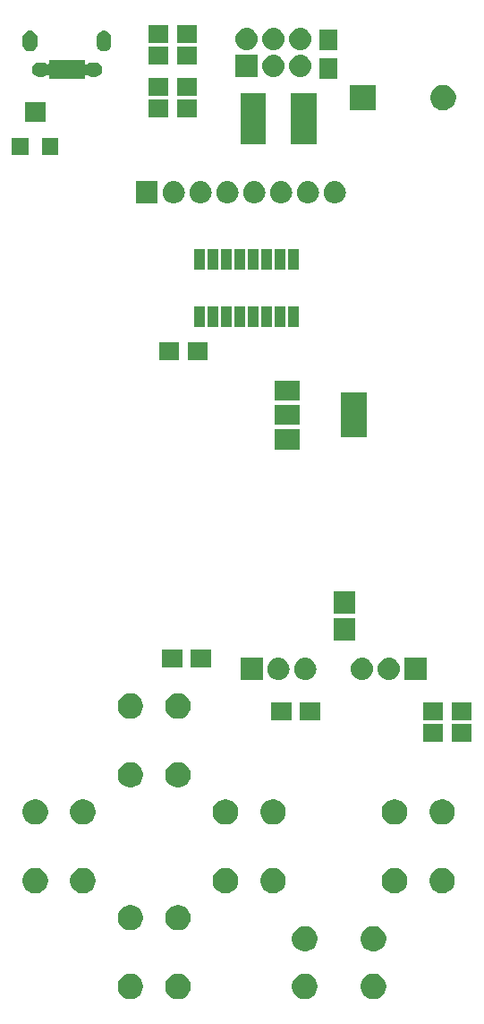
<source format=gbr>
G04 #@! TF.GenerationSoftware,KiCad,Pcbnew,5.0.1*
G04 #@! TF.CreationDate,2018-10-22T16:16:30+01:00*
G04 #@! TF.ProjectId,quiz-sch,7175697A2D7363682E6B696361645F70,rev?*
G04 #@! TF.SameCoordinates,Original*
G04 #@! TF.FileFunction,Soldermask,Top*
G04 #@! TF.FilePolarity,Negative*
%FSLAX46Y46*%
G04 Gerber Fmt 4.6, Leading zero omitted, Abs format (unit mm)*
G04 Created by KiCad (PCBNEW 5.0.1) date Mon 22 Oct 2018 16:16:30 BST*
%MOMM*%
%LPD*%
G01*
G04 APERTURE LIST*
%ADD10C,0.100000*%
G04 APERTURE END LIST*
D10*
G36*
X66850026Y-140846115D02*
X67068412Y-140936573D01*
X67264958Y-141067901D01*
X67432099Y-141235042D01*
X67563427Y-141431588D01*
X67653885Y-141649974D01*
X67700000Y-141881809D01*
X67700000Y-142118191D01*
X67653885Y-142350026D01*
X67563427Y-142568412D01*
X67432099Y-142764958D01*
X67264958Y-142932099D01*
X67068412Y-143063427D01*
X66850026Y-143153885D01*
X66618191Y-143200000D01*
X66381809Y-143200000D01*
X66149974Y-143153885D01*
X65931588Y-143063427D01*
X65735042Y-142932099D01*
X65567901Y-142764958D01*
X65436573Y-142568412D01*
X65346115Y-142350026D01*
X65300000Y-142118191D01*
X65300000Y-141881809D01*
X65346115Y-141649974D01*
X65436573Y-141431588D01*
X65567901Y-141235042D01*
X65735042Y-141067901D01*
X65931588Y-140936573D01*
X66149974Y-140846115D01*
X66381809Y-140800000D01*
X66618191Y-140800000D01*
X66850026Y-140846115D01*
X66850026Y-140846115D01*
G37*
G36*
X78850026Y-140846115D02*
X79068412Y-140936573D01*
X79264958Y-141067901D01*
X79432099Y-141235042D01*
X79563427Y-141431588D01*
X79653885Y-141649974D01*
X79700000Y-141881809D01*
X79700000Y-142118191D01*
X79653885Y-142350026D01*
X79563427Y-142568412D01*
X79432099Y-142764958D01*
X79264958Y-142932099D01*
X79068412Y-143063427D01*
X78850026Y-143153885D01*
X78618191Y-143200000D01*
X78381809Y-143200000D01*
X78149974Y-143153885D01*
X77931588Y-143063427D01*
X77735042Y-142932099D01*
X77567901Y-142764958D01*
X77436573Y-142568412D01*
X77346115Y-142350026D01*
X77300000Y-142118191D01*
X77300000Y-141881809D01*
X77346115Y-141649974D01*
X77436573Y-141431588D01*
X77567901Y-141235042D01*
X77735042Y-141067901D01*
X77931588Y-140936573D01*
X78149974Y-140846115D01*
X78381809Y-140800000D01*
X78618191Y-140800000D01*
X78850026Y-140846115D01*
X78850026Y-140846115D01*
G37*
G36*
X85350026Y-140846115D02*
X85568412Y-140936573D01*
X85764958Y-141067901D01*
X85932099Y-141235042D01*
X86063427Y-141431588D01*
X86153885Y-141649974D01*
X86200000Y-141881809D01*
X86200000Y-142118191D01*
X86153885Y-142350026D01*
X86063427Y-142568412D01*
X85932099Y-142764958D01*
X85764958Y-142932099D01*
X85568412Y-143063427D01*
X85350026Y-143153885D01*
X85118191Y-143200000D01*
X84881809Y-143200000D01*
X84649974Y-143153885D01*
X84431588Y-143063427D01*
X84235042Y-142932099D01*
X84067901Y-142764958D01*
X83936573Y-142568412D01*
X83846115Y-142350026D01*
X83800000Y-142118191D01*
X83800000Y-141881809D01*
X83846115Y-141649974D01*
X83936573Y-141431588D01*
X84067901Y-141235042D01*
X84235042Y-141067901D01*
X84431588Y-140936573D01*
X84649974Y-140846115D01*
X84881809Y-140800000D01*
X85118191Y-140800000D01*
X85350026Y-140846115D01*
X85350026Y-140846115D01*
G37*
G36*
X62350026Y-140846115D02*
X62568412Y-140936573D01*
X62764958Y-141067901D01*
X62932099Y-141235042D01*
X63063427Y-141431588D01*
X63153885Y-141649974D01*
X63200000Y-141881809D01*
X63200000Y-142118191D01*
X63153885Y-142350026D01*
X63063427Y-142568412D01*
X62932099Y-142764958D01*
X62764958Y-142932099D01*
X62568412Y-143063427D01*
X62350026Y-143153885D01*
X62118191Y-143200000D01*
X61881809Y-143200000D01*
X61649974Y-143153885D01*
X61431588Y-143063427D01*
X61235042Y-142932099D01*
X61067901Y-142764958D01*
X60936573Y-142568412D01*
X60846115Y-142350026D01*
X60800000Y-142118191D01*
X60800000Y-141881809D01*
X60846115Y-141649974D01*
X60936573Y-141431588D01*
X61067901Y-141235042D01*
X61235042Y-141067901D01*
X61431588Y-140936573D01*
X61649974Y-140846115D01*
X61881809Y-140800000D01*
X62118191Y-140800000D01*
X62350026Y-140846115D01*
X62350026Y-140846115D01*
G37*
G36*
X78850026Y-136346115D02*
X79068412Y-136436573D01*
X79264958Y-136567901D01*
X79432099Y-136735042D01*
X79563427Y-136931588D01*
X79653885Y-137149974D01*
X79700000Y-137381809D01*
X79700000Y-137618191D01*
X79653885Y-137850026D01*
X79563427Y-138068412D01*
X79432099Y-138264958D01*
X79264958Y-138432099D01*
X79068412Y-138563427D01*
X78850026Y-138653885D01*
X78618191Y-138700000D01*
X78381809Y-138700000D01*
X78149974Y-138653885D01*
X77931588Y-138563427D01*
X77735042Y-138432099D01*
X77567901Y-138264958D01*
X77436573Y-138068412D01*
X77346115Y-137850026D01*
X77300000Y-137618191D01*
X77300000Y-137381809D01*
X77346115Y-137149974D01*
X77436573Y-136931588D01*
X77567901Y-136735042D01*
X77735042Y-136567901D01*
X77931588Y-136436573D01*
X78149974Y-136346115D01*
X78381809Y-136300000D01*
X78618191Y-136300000D01*
X78850026Y-136346115D01*
X78850026Y-136346115D01*
G37*
G36*
X85350026Y-136346115D02*
X85568412Y-136436573D01*
X85764958Y-136567901D01*
X85932099Y-136735042D01*
X86063427Y-136931588D01*
X86153885Y-137149974D01*
X86200000Y-137381809D01*
X86200000Y-137618191D01*
X86153885Y-137850026D01*
X86063427Y-138068412D01*
X85932099Y-138264958D01*
X85764958Y-138432099D01*
X85568412Y-138563427D01*
X85350026Y-138653885D01*
X85118191Y-138700000D01*
X84881809Y-138700000D01*
X84649974Y-138653885D01*
X84431588Y-138563427D01*
X84235042Y-138432099D01*
X84067901Y-138264958D01*
X83936573Y-138068412D01*
X83846115Y-137850026D01*
X83800000Y-137618191D01*
X83800000Y-137381809D01*
X83846115Y-137149974D01*
X83936573Y-136931588D01*
X84067901Y-136735042D01*
X84235042Y-136567901D01*
X84431588Y-136436573D01*
X84649974Y-136346115D01*
X84881809Y-136300000D01*
X85118191Y-136300000D01*
X85350026Y-136346115D01*
X85350026Y-136346115D01*
G37*
G36*
X62350026Y-134346115D02*
X62568412Y-134436573D01*
X62764958Y-134567901D01*
X62932099Y-134735042D01*
X63063427Y-134931588D01*
X63153885Y-135149974D01*
X63200000Y-135381809D01*
X63200000Y-135618191D01*
X63153885Y-135850026D01*
X63063427Y-136068412D01*
X62932099Y-136264958D01*
X62764958Y-136432099D01*
X62568412Y-136563427D01*
X62350026Y-136653885D01*
X62118191Y-136700000D01*
X61881809Y-136700000D01*
X61649974Y-136653885D01*
X61431588Y-136563427D01*
X61235042Y-136432099D01*
X61067901Y-136264958D01*
X60936573Y-136068412D01*
X60846115Y-135850026D01*
X60800000Y-135618191D01*
X60800000Y-135381809D01*
X60846115Y-135149974D01*
X60936573Y-134931588D01*
X61067901Y-134735042D01*
X61235042Y-134567901D01*
X61431588Y-134436573D01*
X61649974Y-134346115D01*
X61881809Y-134300000D01*
X62118191Y-134300000D01*
X62350026Y-134346115D01*
X62350026Y-134346115D01*
G37*
G36*
X66850026Y-134346115D02*
X67068412Y-134436573D01*
X67264958Y-134567901D01*
X67432099Y-134735042D01*
X67563427Y-134931588D01*
X67653885Y-135149974D01*
X67700000Y-135381809D01*
X67700000Y-135618191D01*
X67653885Y-135850026D01*
X67563427Y-136068412D01*
X67432099Y-136264958D01*
X67264958Y-136432099D01*
X67068412Y-136563427D01*
X66850026Y-136653885D01*
X66618191Y-136700000D01*
X66381809Y-136700000D01*
X66149974Y-136653885D01*
X65931588Y-136563427D01*
X65735042Y-136432099D01*
X65567901Y-136264958D01*
X65436573Y-136068412D01*
X65346115Y-135850026D01*
X65300000Y-135618191D01*
X65300000Y-135381809D01*
X65346115Y-135149974D01*
X65436573Y-134931588D01*
X65567901Y-134735042D01*
X65735042Y-134567901D01*
X65931588Y-134436573D01*
X66149974Y-134346115D01*
X66381809Y-134300000D01*
X66618191Y-134300000D01*
X66850026Y-134346115D01*
X66850026Y-134346115D01*
G37*
G36*
X71350026Y-130846115D02*
X71568412Y-130936573D01*
X71764958Y-131067901D01*
X71932099Y-131235042D01*
X72063427Y-131431588D01*
X72153885Y-131649974D01*
X72200000Y-131881809D01*
X72200000Y-132118191D01*
X72153885Y-132350026D01*
X72063427Y-132568412D01*
X71932099Y-132764958D01*
X71764958Y-132932099D01*
X71568412Y-133063427D01*
X71350026Y-133153885D01*
X71118191Y-133200000D01*
X70881809Y-133200000D01*
X70649974Y-133153885D01*
X70431588Y-133063427D01*
X70235042Y-132932099D01*
X70067901Y-132764958D01*
X69936573Y-132568412D01*
X69846115Y-132350026D01*
X69800000Y-132118191D01*
X69800000Y-131881809D01*
X69846115Y-131649974D01*
X69936573Y-131431588D01*
X70067901Y-131235042D01*
X70235042Y-131067901D01*
X70431588Y-130936573D01*
X70649974Y-130846115D01*
X70881809Y-130800000D01*
X71118191Y-130800000D01*
X71350026Y-130846115D01*
X71350026Y-130846115D01*
G37*
G36*
X53350026Y-130846115D02*
X53568412Y-130936573D01*
X53764958Y-131067901D01*
X53932099Y-131235042D01*
X54063427Y-131431588D01*
X54153885Y-131649974D01*
X54200000Y-131881809D01*
X54200000Y-132118191D01*
X54153885Y-132350026D01*
X54063427Y-132568412D01*
X53932099Y-132764958D01*
X53764958Y-132932099D01*
X53568412Y-133063427D01*
X53350026Y-133153885D01*
X53118191Y-133200000D01*
X52881809Y-133200000D01*
X52649974Y-133153885D01*
X52431588Y-133063427D01*
X52235042Y-132932099D01*
X52067901Y-132764958D01*
X51936573Y-132568412D01*
X51846115Y-132350026D01*
X51800000Y-132118191D01*
X51800000Y-131881809D01*
X51846115Y-131649974D01*
X51936573Y-131431588D01*
X52067901Y-131235042D01*
X52235042Y-131067901D01*
X52431588Y-130936573D01*
X52649974Y-130846115D01*
X52881809Y-130800000D01*
X53118191Y-130800000D01*
X53350026Y-130846115D01*
X53350026Y-130846115D01*
G37*
G36*
X57850026Y-130846115D02*
X58068412Y-130936573D01*
X58264958Y-131067901D01*
X58432099Y-131235042D01*
X58563427Y-131431588D01*
X58653885Y-131649974D01*
X58700000Y-131881809D01*
X58700000Y-132118191D01*
X58653885Y-132350026D01*
X58563427Y-132568412D01*
X58432099Y-132764958D01*
X58264958Y-132932099D01*
X58068412Y-133063427D01*
X57850026Y-133153885D01*
X57618191Y-133200000D01*
X57381809Y-133200000D01*
X57149974Y-133153885D01*
X56931588Y-133063427D01*
X56735042Y-132932099D01*
X56567901Y-132764958D01*
X56436573Y-132568412D01*
X56346115Y-132350026D01*
X56300000Y-132118191D01*
X56300000Y-131881809D01*
X56346115Y-131649974D01*
X56436573Y-131431588D01*
X56567901Y-131235042D01*
X56735042Y-131067901D01*
X56931588Y-130936573D01*
X57149974Y-130846115D01*
X57381809Y-130800000D01*
X57618191Y-130800000D01*
X57850026Y-130846115D01*
X57850026Y-130846115D01*
G37*
G36*
X75850026Y-130846115D02*
X76068412Y-130936573D01*
X76264958Y-131067901D01*
X76432099Y-131235042D01*
X76563427Y-131431588D01*
X76653885Y-131649974D01*
X76700000Y-131881809D01*
X76700000Y-132118191D01*
X76653885Y-132350026D01*
X76563427Y-132568412D01*
X76432099Y-132764958D01*
X76264958Y-132932099D01*
X76068412Y-133063427D01*
X75850026Y-133153885D01*
X75618191Y-133200000D01*
X75381809Y-133200000D01*
X75149974Y-133153885D01*
X74931588Y-133063427D01*
X74735042Y-132932099D01*
X74567901Y-132764958D01*
X74436573Y-132568412D01*
X74346115Y-132350026D01*
X74300000Y-132118191D01*
X74300000Y-131881809D01*
X74346115Y-131649974D01*
X74436573Y-131431588D01*
X74567901Y-131235042D01*
X74735042Y-131067901D01*
X74931588Y-130936573D01*
X75149974Y-130846115D01*
X75381809Y-130800000D01*
X75618191Y-130800000D01*
X75850026Y-130846115D01*
X75850026Y-130846115D01*
G37*
G36*
X91850026Y-130846115D02*
X92068412Y-130936573D01*
X92264958Y-131067901D01*
X92432099Y-131235042D01*
X92563427Y-131431588D01*
X92653885Y-131649974D01*
X92700000Y-131881809D01*
X92700000Y-132118191D01*
X92653885Y-132350026D01*
X92563427Y-132568412D01*
X92432099Y-132764958D01*
X92264958Y-132932099D01*
X92068412Y-133063427D01*
X91850026Y-133153885D01*
X91618191Y-133200000D01*
X91381809Y-133200000D01*
X91149974Y-133153885D01*
X90931588Y-133063427D01*
X90735042Y-132932099D01*
X90567901Y-132764958D01*
X90436573Y-132568412D01*
X90346115Y-132350026D01*
X90300000Y-132118191D01*
X90300000Y-131881809D01*
X90346115Y-131649974D01*
X90436573Y-131431588D01*
X90567901Y-131235042D01*
X90735042Y-131067901D01*
X90931588Y-130936573D01*
X91149974Y-130846115D01*
X91381809Y-130800000D01*
X91618191Y-130800000D01*
X91850026Y-130846115D01*
X91850026Y-130846115D01*
G37*
G36*
X87350026Y-130846115D02*
X87568412Y-130936573D01*
X87764958Y-131067901D01*
X87932099Y-131235042D01*
X88063427Y-131431588D01*
X88153885Y-131649974D01*
X88200000Y-131881809D01*
X88200000Y-132118191D01*
X88153885Y-132350026D01*
X88063427Y-132568412D01*
X87932099Y-132764958D01*
X87764958Y-132932099D01*
X87568412Y-133063427D01*
X87350026Y-133153885D01*
X87118191Y-133200000D01*
X86881809Y-133200000D01*
X86649974Y-133153885D01*
X86431588Y-133063427D01*
X86235042Y-132932099D01*
X86067901Y-132764958D01*
X85936573Y-132568412D01*
X85846115Y-132350026D01*
X85800000Y-132118191D01*
X85800000Y-131881809D01*
X85846115Y-131649974D01*
X85936573Y-131431588D01*
X86067901Y-131235042D01*
X86235042Y-131067901D01*
X86431588Y-130936573D01*
X86649974Y-130846115D01*
X86881809Y-130800000D01*
X87118191Y-130800000D01*
X87350026Y-130846115D01*
X87350026Y-130846115D01*
G37*
G36*
X91850026Y-124346115D02*
X92068412Y-124436573D01*
X92264958Y-124567901D01*
X92432099Y-124735042D01*
X92563427Y-124931588D01*
X92653885Y-125149974D01*
X92700000Y-125381809D01*
X92700000Y-125618191D01*
X92653885Y-125850026D01*
X92563427Y-126068412D01*
X92432099Y-126264958D01*
X92264958Y-126432099D01*
X92068412Y-126563427D01*
X91850026Y-126653885D01*
X91618191Y-126700000D01*
X91381809Y-126700000D01*
X91149974Y-126653885D01*
X90931588Y-126563427D01*
X90735042Y-126432099D01*
X90567901Y-126264958D01*
X90436573Y-126068412D01*
X90346115Y-125850026D01*
X90300000Y-125618191D01*
X90300000Y-125381809D01*
X90346115Y-125149974D01*
X90436573Y-124931588D01*
X90567901Y-124735042D01*
X90735042Y-124567901D01*
X90931588Y-124436573D01*
X91149974Y-124346115D01*
X91381809Y-124300000D01*
X91618191Y-124300000D01*
X91850026Y-124346115D01*
X91850026Y-124346115D01*
G37*
G36*
X71350026Y-124346115D02*
X71568412Y-124436573D01*
X71764958Y-124567901D01*
X71932099Y-124735042D01*
X72063427Y-124931588D01*
X72153885Y-125149974D01*
X72200000Y-125381809D01*
X72200000Y-125618191D01*
X72153885Y-125850026D01*
X72063427Y-126068412D01*
X71932099Y-126264958D01*
X71764958Y-126432099D01*
X71568412Y-126563427D01*
X71350026Y-126653885D01*
X71118191Y-126700000D01*
X70881809Y-126700000D01*
X70649974Y-126653885D01*
X70431588Y-126563427D01*
X70235042Y-126432099D01*
X70067901Y-126264958D01*
X69936573Y-126068412D01*
X69846115Y-125850026D01*
X69800000Y-125618191D01*
X69800000Y-125381809D01*
X69846115Y-125149974D01*
X69936573Y-124931588D01*
X70067901Y-124735042D01*
X70235042Y-124567901D01*
X70431588Y-124436573D01*
X70649974Y-124346115D01*
X70881809Y-124300000D01*
X71118191Y-124300000D01*
X71350026Y-124346115D01*
X71350026Y-124346115D01*
G37*
G36*
X75850026Y-124346115D02*
X76068412Y-124436573D01*
X76264958Y-124567901D01*
X76432099Y-124735042D01*
X76563427Y-124931588D01*
X76653885Y-125149974D01*
X76700000Y-125381809D01*
X76700000Y-125618191D01*
X76653885Y-125850026D01*
X76563427Y-126068412D01*
X76432099Y-126264958D01*
X76264958Y-126432099D01*
X76068412Y-126563427D01*
X75850026Y-126653885D01*
X75618191Y-126700000D01*
X75381809Y-126700000D01*
X75149974Y-126653885D01*
X74931588Y-126563427D01*
X74735042Y-126432099D01*
X74567901Y-126264958D01*
X74436573Y-126068412D01*
X74346115Y-125850026D01*
X74300000Y-125618191D01*
X74300000Y-125381809D01*
X74346115Y-125149974D01*
X74436573Y-124931588D01*
X74567901Y-124735042D01*
X74735042Y-124567901D01*
X74931588Y-124436573D01*
X75149974Y-124346115D01*
X75381809Y-124300000D01*
X75618191Y-124300000D01*
X75850026Y-124346115D01*
X75850026Y-124346115D01*
G37*
G36*
X53350026Y-124346115D02*
X53568412Y-124436573D01*
X53764958Y-124567901D01*
X53932099Y-124735042D01*
X54063427Y-124931588D01*
X54153885Y-125149974D01*
X54200000Y-125381809D01*
X54200000Y-125618191D01*
X54153885Y-125850026D01*
X54063427Y-126068412D01*
X53932099Y-126264958D01*
X53764958Y-126432099D01*
X53568412Y-126563427D01*
X53350026Y-126653885D01*
X53118191Y-126700000D01*
X52881809Y-126700000D01*
X52649974Y-126653885D01*
X52431588Y-126563427D01*
X52235042Y-126432099D01*
X52067901Y-126264958D01*
X51936573Y-126068412D01*
X51846115Y-125850026D01*
X51800000Y-125618191D01*
X51800000Y-125381809D01*
X51846115Y-125149974D01*
X51936573Y-124931588D01*
X52067901Y-124735042D01*
X52235042Y-124567901D01*
X52431588Y-124436573D01*
X52649974Y-124346115D01*
X52881809Y-124300000D01*
X53118191Y-124300000D01*
X53350026Y-124346115D01*
X53350026Y-124346115D01*
G37*
G36*
X87350026Y-124346115D02*
X87568412Y-124436573D01*
X87764958Y-124567901D01*
X87932099Y-124735042D01*
X88063427Y-124931588D01*
X88153885Y-125149974D01*
X88200000Y-125381809D01*
X88200000Y-125618191D01*
X88153885Y-125850026D01*
X88063427Y-126068412D01*
X87932099Y-126264958D01*
X87764958Y-126432099D01*
X87568412Y-126563427D01*
X87350026Y-126653885D01*
X87118191Y-126700000D01*
X86881809Y-126700000D01*
X86649974Y-126653885D01*
X86431588Y-126563427D01*
X86235042Y-126432099D01*
X86067901Y-126264958D01*
X85936573Y-126068412D01*
X85846115Y-125850026D01*
X85800000Y-125618191D01*
X85800000Y-125381809D01*
X85846115Y-125149974D01*
X85936573Y-124931588D01*
X86067901Y-124735042D01*
X86235042Y-124567901D01*
X86431588Y-124436573D01*
X86649974Y-124346115D01*
X86881809Y-124300000D01*
X87118191Y-124300000D01*
X87350026Y-124346115D01*
X87350026Y-124346115D01*
G37*
G36*
X57850026Y-124346115D02*
X58068412Y-124436573D01*
X58264958Y-124567901D01*
X58432099Y-124735042D01*
X58563427Y-124931588D01*
X58653885Y-125149974D01*
X58700000Y-125381809D01*
X58700000Y-125618191D01*
X58653885Y-125850026D01*
X58563427Y-126068412D01*
X58432099Y-126264958D01*
X58264958Y-126432099D01*
X58068412Y-126563427D01*
X57850026Y-126653885D01*
X57618191Y-126700000D01*
X57381809Y-126700000D01*
X57149974Y-126653885D01*
X56931588Y-126563427D01*
X56735042Y-126432099D01*
X56567901Y-126264958D01*
X56436573Y-126068412D01*
X56346115Y-125850026D01*
X56300000Y-125618191D01*
X56300000Y-125381809D01*
X56346115Y-125149974D01*
X56436573Y-124931588D01*
X56567901Y-124735042D01*
X56735042Y-124567901D01*
X56931588Y-124436573D01*
X57149974Y-124346115D01*
X57381809Y-124300000D01*
X57618191Y-124300000D01*
X57850026Y-124346115D01*
X57850026Y-124346115D01*
G37*
G36*
X66850026Y-120846115D02*
X67068412Y-120936573D01*
X67264958Y-121067901D01*
X67432099Y-121235042D01*
X67563427Y-121431588D01*
X67653885Y-121649974D01*
X67700000Y-121881809D01*
X67700000Y-122118191D01*
X67653885Y-122350026D01*
X67563427Y-122568412D01*
X67432099Y-122764958D01*
X67264958Y-122932099D01*
X67068412Y-123063427D01*
X66850026Y-123153885D01*
X66618191Y-123200000D01*
X66381809Y-123200000D01*
X66149974Y-123153885D01*
X65931588Y-123063427D01*
X65735042Y-122932099D01*
X65567901Y-122764958D01*
X65436573Y-122568412D01*
X65346115Y-122350026D01*
X65300000Y-122118191D01*
X65300000Y-121881809D01*
X65346115Y-121649974D01*
X65436573Y-121431588D01*
X65567901Y-121235042D01*
X65735042Y-121067901D01*
X65931588Y-120936573D01*
X66149974Y-120846115D01*
X66381809Y-120800000D01*
X66618191Y-120800000D01*
X66850026Y-120846115D01*
X66850026Y-120846115D01*
G37*
G36*
X62350026Y-120846115D02*
X62568412Y-120936573D01*
X62764958Y-121067901D01*
X62932099Y-121235042D01*
X63063427Y-121431588D01*
X63153885Y-121649974D01*
X63200000Y-121881809D01*
X63200000Y-122118191D01*
X63153885Y-122350026D01*
X63063427Y-122568412D01*
X62932099Y-122764958D01*
X62764958Y-122932099D01*
X62568412Y-123063427D01*
X62350026Y-123153885D01*
X62118191Y-123200000D01*
X61881809Y-123200000D01*
X61649974Y-123153885D01*
X61431588Y-123063427D01*
X61235042Y-122932099D01*
X61067901Y-122764958D01*
X60936573Y-122568412D01*
X60846115Y-122350026D01*
X60800000Y-122118191D01*
X60800000Y-121881809D01*
X60846115Y-121649974D01*
X60936573Y-121431588D01*
X61067901Y-121235042D01*
X61235042Y-121067901D01*
X61431588Y-120936573D01*
X61649974Y-120846115D01*
X61881809Y-120800000D01*
X62118191Y-120800000D01*
X62350026Y-120846115D01*
X62350026Y-120846115D01*
G37*
G36*
X91600000Y-118850000D02*
X89700000Y-118850000D01*
X89700000Y-117150000D01*
X91600000Y-117150000D01*
X91600000Y-118850000D01*
X91600000Y-118850000D01*
G37*
G36*
X94300000Y-118850000D02*
X92400000Y-118850000D01*
X92400000Y-117150000D01*
X94300000Y-117150000D01*
X94300000Y-118850000D01*
X94300000Y-118850000D01*
G37*
G36*
X91600000Y-116850000D02*
X89700000Y-116850000D01*
X89700000Y-115150000D01*
X91600000Y-115150000D01*
X91600000Y-116850000D01*
X91600000Y-116850000D01*
G37*
G36*
X94300000Y-116850000D02*
X92400000Y-116850000D01*
X92400000Y-115150000D01*
X94300000Y-115150000D01*
X94300000Y-116850000D01*
X94300000Y-116850000D01*
G37*
G36*
X77250000Y-116850000D02*
X75350000Y-116850000D01*
X75350000Y-115150000D01*
X77250000Y-115150000D01*
X77250000Y-116850000D01*
X77250000Y-116850000D01*
G37*
G36*
X79950000Y-116850000D02*
X78050000Y-116850000D01*
X78050000Y-115150000D01*
X79950000Y-115150000D01*
X79950000Y-116850000D01*
X79950000Y-116850000D01*
G37*
G36*
X62350026Y-114346115D02*
X62568412Y-114436573D01*
X62764958Y-114567901D01*
X62932099Y-114735042D01*
X63063427Y-114931588D01*
X63153885Y-115149974D01*
X63200000Y-115381809D01*
X63200000Y-115618191D01*
X63153885Y-115850026D01*
X63063427Y-116068412D01*
X62932099Y-116264958D01*
X62764958Y-116432099D01*
X62568412Y-116563427D01*
X62350026Y-116653885D01*
X62118191Y-116700000D01*
X61881809Y-116700000D01*
X61649974Y-116653885D01*
X61431588Y-116563427D01*
X61235042Y-116432099D01*
X61067901Y-116264958D01*
X60936573Y-116068412D01*
X60846115Y-115850026D01*
X60800000Y-115618191D01*
X60800000Y-115381809D01*
X60846115Y-115149974D01*
X60936573Y-114931588D01*
X61067901Y-114735042D01*
X61235042Y-114567901D01*
X61431588Y-114436573D01*
X61649974Y-114346115D01*
X61881809Y-114300000D01*
X62118191Y-114300000D01*
X62350026Y-114346115D01*
X62350026Y-114346115D01*
G37*
G36*
X66850026Y-114346115D02*
X67068412Y-114436573D01*
X67264958Y-114567901D01*
X67432099Y-114735042D01*
X67563427Y-114931588D01*
X67653885Y-115149974D01*
X67700000Y-115381809D01*
X67700000Y-115618191D01*
X67653885Y-115850026D01*
X67563427Y-116068412D01*
X67432099Y-116264958D01*
X67264958Y-116432099D01*
X67068412Y-116563427D01*
X66850026Y-116653885D01*
X66618191Y-116700000D01*
X66381809Y-116700000D01*
X66149974Y-116653885D01*
X65931588Y-116563427D01*
X65735042Y-116432099D01*
X65567901Y-116264958D01*
X65436573Y-116068412D01*
X65346115Y-115850026D01*
X65300000Y-115618191D01*
X65300000Y-115381809D01*
X65346115Y-115149974D01*
X65436573Y-114931588D01*
X65567901Y-114735042D01*
X65735042Y-114567901D01*
X65931588Y-114436573D01*
X66149974Y-114346115D01*
X66381809Y-114300000D01*
X66618191Y-114300000D01*
X66850026Y-114346115D01*
X66850026Y-114346115D01*
G37*
G36*
X76128707Y-110957597D02*
X76205836Y-110965193D01*
X76337787Y-111005220D01*
X76403763Y-111025233D01*
X76586172Y-111122733D01*
X76746054Y-111253946D01*
X76877267Y-111413828D01*
X76974767Y-111596237D01*
X76974767Y-111596238D01*
X77034807Y-111794164D01*
X77055080Y-112000000D01*
X77034807Y-112205836D01*
X76994780Y-112337787D01*
X76974767Y-112403763D01*
X76877267Y-112586172D01*
X76746054Y-112746054D01*
X76586172Y-112877267D01*
X76403763Y-112974767D01*
X76337787Y-112994780D01*
X76205836Y-113034807D01*
X76128707Y-113042404D01*
X76051580Y-113050000D01*
X75948420Y-113050000D01*
X75871293Y-113042404D01*
X75794164Y-113034807D01*
X75662213Y-112994780D01*
X75596237Y-112974767D01*
X75413828Y-112877267D01*
X75253946Y-112746054D01*
X75122733Y-112586172D01*
X75025233Y-112403763D01*
X75005220Y-112337787D01*
X74965193Y-112205836D01*
X74944920Y-112000000D01*
X74965193Y-111794164D01*
X75025233Y-111596238D01*
X75025233Y-111596237D01*
X75122733Y-111413828D01*
X75253946Y-111253946D01*
X75413828Y-111122733D01*
X75596237Y-111025233D01*
X75662213Y-111005220D01*
X75794164Y-110965193D01*
X75871293Y-110957597D01*
X75948420Y-110950000D01*
X76051580Y-110950000D01*
X76128707Y-110957597D01*
X76128707Y-110957597D01*
G37*
G36*
X78668707Y-110957597D02*
X78745836Y-110965193D01*
X78877787Y-111005220D01*
X78943763Y-111025233D01*
X79126172Y-111122733D01*
X79286054Y-111253946D01*
X79417267Y-111413828D01*
X79514767Y-111596237D01*
X79514767Y-111596238D01*
X79574807Y-111794164D01*
X79595080Y-112000000D01*
X79574807Y-112205836D01*
X79534780Y-112337787D01*
X79514767Y-112403763D01*
X79417267Y-112586172D01*
X79286054Y-112746054D01*
X79126172Y-112877267D01*
X78943763Y-112974767D01*
X78877787Y-112994780D01*
X78745836Y-113034807D01*
X78668707Y-113042404D01*
X78591580Y-113050000D01*
X78488420Y-113050000D01*
X78411293Y-113042404D01*
X78334164Y-113034807D01*
X78202213Y-112994780D01*
X78136237Y-112974767D01*
X77953828Y-112877267D01*
X77793946Y-112746054D01*
X77662733Y-112586172D01*
X77565233Y-112403763D01*
X77545220Y-112337787D01*
X77505193Y-112205836D01*
X77484920Y-112000000D01*
X77505193Y-111794164D01*
X77565233Y-111596238D01*
X77565233Y-111596237D01*
X77662733Y-111413828D01*
X77793946Y-111253946D01*
X77953828Y-111122733D01*
X78136237Y-111025233D01*
X78202213Y-111005220D01*
X78334164Y-110965193D01*
X78411293Y-110957597D01*
X78488420Y-110950000D01*
X78591580Y-110950000D01*
X78668707Y-110957597D01*
X78668707Y-110957597D01*
G37*
G36*
X84048707Y-110957597D02*
X84125836Y-110965193D01*
X84257787Y-111005220D01*
X84323763Y-111025233D01*
X84506172Y-111122733D01*
X84666054Y-111253946D01*
X84797267Y-111413828D01*
X84894767Y-111596237D01*
X84894767Y-111596238D01*
X84954807Y-111794164D01*
X84975080Y-112000000D01*
X84954807Y-112205836D01*
X84914780Y-112337787D01*
X84894767Y-112403763D01*
X84797267Y-112586172D01*
X84666054Y-112746054D01*
X84506172Y-112877267D01*
X84323763Y-112974767D01*
X84257787Y-112994780D01*
X84125836Y-113034807D01*
X84048707Y-113042404D01*
X83971580Y-113050000D01*
X83868420Y-113050000D01*
X83791293Y-113042404D01*
X83714164Y-113034807D01*
X83582213Y-112994780D01*
X83516237Y-112974767D01*
X83333828Y-112877267D01*
X83173946Y-112746054D01*
X83042733Y-112586172D01*
X82945233Y-112403763D01*
X82925220Y-112337787D01*
X82885193Y-112205836D01*
X82864920Y-112000000D01*
X82885193Y-111794164D01*
X82945233Y-111596238D01*
X82945233Y-111596237D01*
X83042733Y-111413828D01*
X83173946Y-111253946D01*
X83333828Y-111122733D01*
X83516237Y-111025233D01*
X83582213Y-111005220D01*
X83714164Y-110965193D01*
X83791293Y-110957597D01*
X83868420Y-110950000D01*
X83971580Y-110950000D01*
X84048707Y-110957597D01*
X84048707Y-110957597D01*
G37*
G36*
X86588707Y-110957597D02*
X86665836Y-110965193D01*
X86797787Y-111005220D01*
X86863763Y-111025233D01*
X87046172Y-111122733D01*
X87206054Y-111253946D01*
X87337267Y-111413828D01*
X87434767Y-111596237D01*
X87434767Y-111596238D01*
X87494807Y-111794164D01*
X87515080Y-112000000D01*
X87494807Y-112205836D01*
X87454780Y-112337787D01*
X87434767Y-112403763D01*
X87337267Y-112586172D01*
X87206054Y-112746054D01*
X87046172Y-112877267D01*
X86863763Y-112974767D01*
X86797787Y-112994780D01*
X86665836Y-113034807D01*
X86588707Y-113042404D01*
X86511580Y-113050000D01*
X86408420Y-113050000D01*
X86331293Y-113042404D01*
X86254164Y-113034807D01*
X86122213Y-112994780D01*
X86056237Y-112974767D01*
X85873828Y-112877267D01*
X85713946Y-112746054D01*
X85582733Y-112586172D01*
X85485233Y-112403763D01*
X85465220Y-112337787D01*
X85425193Y-112205836D01*
X85404920Y-112000000D01*
X85425193Y-111794164D01*
X85485233Y-111596238D01*
X85485233Y-111596237D01*
X85582733Y-111413828D01*
X85713946Y-111253946D01*
X85873828Y-111122733D01*
X86056237Y-111025233D01*
X86122213Y-111005220D01*
X86254164Y-110965193D01*
X86331293Y-110957597D01*
X86408420Y-110950000D01*
X86511580Y-110950000D01*
X86588707Y-110957597D01*
X86588707Y-110957597D01*
G37*
G36*
X90050000Y-113050000D02*
X87950000Y-113050000D01*
X87950000Y-110950000D01*
X90050000Y-110950000D01*
X90050000Y-113050000D01*
X90050000Y-113050000D01*
G37*
G36*
X74510000Y-113050000D02*
X72410000Y-113050000D01*
X72410000Y-110950000D01*
X74510000Y-110950000D01*
X74510000Y-113050000D01*
X74510000Y-113050000D01*
G37*
G36*
X66900000Y-111850000D02*
X65000000Y-111850000D01*
X65000000Y-110150000D01*
X66900000Y-110150000D01*
X66900000Y-111850000D01*
X66900000Y-111850000D01*
G37*
G36*
X69600000Y-111850000D02*
X67700000Y-111850000D01*
X67700000Y-110150000D01*
X69600000Y-110150000D01*
X69600000Y-111850000D01*
X69600000Y-111850000D01*
G37*
G36*
X83300000Y-109300000D02*
X81200000Y-109300000D01*
X81200000Y-107200000D01*
X83300000Y-107200000D01*
X83300000Y-109300000D01*
X83300000Y-109300000D01*
G37*
G36*
X83300000Y-106800000D02*
X81200000Y-106800000D01*
X81200000Y-104700000D01*
X83300000Y-104700000D01*
X83300000Y-106800000D01*
X83300000Y-106800000D01*
G37*
G36*
X78050000Y-91250000D02*
X75650000Y-91250000D01*
X75650000Y-89350000D01*
X78050000Y-89350000D01*
X78050000Y-91250000D01*
X78050000Y-91250000D01*
G37*
G36*
X84350000Y-90100000D02*
X81950000Y-90100000D01*
X81950000Y-85900000D01*
X84350000Y-85900000D01*
X84350000Y-90100000D01*
X84350000Y-90100000D01*
G37*
G36*
X78050000Y-88950000D02*
X75650000Y-88950000D01*
X75650000Y-87050000D01*
X78050000Y-87050000D01*
X78050000Y-88950000D01*
X78050000Y-88950000D01*
G37*
G36*
X78050000Y-86650000D02*
X75650000Y-86650000D01*
X75650000Y-84750000D01*
X78050000Y-84750000D01*
X78050000Y-86650000D01*
X78050000Y-86650000D01*
G37*
G36*
X66600000Y-82850000D02*
X64700000Y-82850000D01*
X64700000Y-81150000D01*
X66600000Y-81150000D01*
X66600000Y-82850000D01*
X66600000Y-82850000D01*
G37*
G36*
X69300000Y-82850000D02*
X67400000Y-82850000D01*
X67400000Y-81150000D01*
X69300000Y-81150000D01*
X69300000Y-82850000D01*
X69300000Y-82850000D01*
G37*
G36*
X76675000Y-79650000D02*
X75675000Y-79650000D01*
X75675000Y-77750000D01*
X76675000Y-77750000D01*
X76675000Y-79650000D01*
X76675000Y-79650000D01*
G37*
G36*
X71595000Y-79650000D02*
X70595000Y-79650000D01*
X70595000Y-77750000D01*
X71595000Y-77750000D01*
X71595000Y-79650000D01*
X71595000Y-79650000D01*
G37*
G36*
X77945000Y-79650000D02*
X76945000Y-79650000D01*
X76945000Y-77750000D01*
X77945000Y-77750000D01*
X77945000Y-79650000D01*
X77945000Y-79650000D01*
G37*
G36*
X74135000Y-79650000D02*
X73135000Y-79650000D01*
X73135000Y-77750000D01*
X74135000Y-77750000D01*
X74135000Y-79650000D01*
X74135000Y-79650000D01*
G37*
G36*
X72865000Y-79650000D02*
X71865000Y-79650000D01*
X71865000Y-77750000D01*
X72865000Y-77750000D01*
X72865000Y-79650000D01*
X72865000Y-79650000D01*
G37*
G36*
X75405000Y-79650000D02*
X74405000Y-79650000D01*
X74405000Y-77750000D01*
X75405000Y-77750000D01*
X75405000Y-79650000D01*
X75405000Y-79650000D01*
G37*
G36*
X70325000Y-79650000D02*
X69325000Y-79650000D01*
X69325000Y-77750000D01*
X70325000Y-77750000D01*
X70325000Y-79650000D01*
X70325000Y-79650000D01*
G37*
G36*
X69055000Y-79650000D02*
X68055000Y-79650000D01*
X68055000Y-77750000D01*
X69055000Y-77750000D01*
X69055000Y-79650000D01*
X69055000Y-79650000D01*
G37*
G36*
X71595000Y-74250000D02*
X70595000Y-74250000D01*
X70595000Y-72350000D01*
X71595000Y-72350000D01*
X71595000Y-74250000D01*
X71595000Y-74250000D01*
G37*
G36*
X72865000Y-74250000D02*
X71865000Y-74250000D01*
X71865000Y-72350000D01*
X72865000Y-72350000D01*
X72865000Y-74250000D01*
X72865000Y-74250000D01*
G37*
G36*
X70325000Y-74250000D02*
X69325000Y-74250000D01*
X69325000Y-72350000D01*
X70325000Y-72350000D01*
X70325000Y-74250000D01*
X70325000Y-74250000D01*
G37*
G36*
X69055000Y-74250000D02*
X68055000Y-74250000D01*
X68055000Y-72350000D01*
X69055000Y-72350000D01*
X69055000Y-74250000D01*
X69055000Y-74250000D01*
G37*
G36*
X74135000Y-74250000D02*
X73135000Y-74250000D01*
X73135000Y-72350000D01*
X74135000Y-72350000D01*
X74135000Y-74250000D01*
X74135000Y-74250000D01*
G37*
G36*
X76675000Y-74250000D02*
X75675000Y-74250000D01*
X75675000Y-72350000D01*
X76675000Y-72350000D01*
X76675000Y-74250000D01*
X76675000Y-74250000D01*
G37*
G36*
X77945000Y-74250000D02*
X76945000Y-74250000D01*
X76945000Y-72350000D01*
X77945000Y-72350000D01*
X77945000Y-74250000D01*
X77945000Y-74250000D01*
G37*
G36*
X75405000Y-74250000D02*
X74405000Y-74250000D01*
X74405000Y-72350000D01*
X75405000Y-72350000D01*
X75405000Y-74250000D01*
X75405000Y-74250000D01*
G37*
G36*
X64600000Y-68000000D02*
X62500000Y-68000000D01*
X62500000Y-65900000D01*
X64600000Y-65900000D01*
X64600000Y-68000000D01*
X64600000Y-68000000D01*
G37*
G36*
X71298707Y-65907596D02*
X71375836Y-65915193D01*
X71507787Y-65955220D01*
X71573763Y-65975233D01*
X71756172Y-66072733D01*
X71916054Y-66203946D01*
X72047267Y-66363828D01*
X72144767Y-66546237D01*
X72144767Y-66546238D01*
X72204807Y-66744164D01*
X72225080Y-66950000D01*
X72204807Y-67155836D01*
X72164780Y-67287787D01*
X72144767Y-67353763D01*
X72047267Y-67536172D01*
X71916054Y-67696054D01*
X71756172Y-67827267D01*
X71573763Y-67924767D01*
X71507787Y-67944780D01*
X71375836Y-67984807D01*
X71298707Y-67992403D01*
X71221580Y-68000000D01*
X71118420Y-68000000D01*
X71041293Y-67992403D01*
X70964164Y-67984807D01*
X70832213Y-67944780D01*
X70766237Y-67924767D01*
X70583828Y-67827267D01*
X70423946Y-67696054D01*
X70292733Y-67536172D01*
X70195233Y-67353763D01*
X70175220Y-67287787D01*
X70135193Y-67155836D01*
X70114920Y-66950000D01*
X70135193Y-66744164D01*
X70195233Y-66546238D01*
X70195233Y-66546237D01*
X70292733Y-66363828D01*
X70423946Y-66203946D01*
X70583828Y-66072733D01*
X70766237Y-65975233D01*
X70832213Y-65955220D01*
X70964164Y-65915193D01*
X71041293Y-65907596D01*
X71118420Y-65900000D01*
X71221580Y-65900000D01*
X71298707Y-65907596D01*
X71298707Y-65907596D01*
G37*
G36*
X68758707Y-65907596D02*
X68835836Y-65915193D01*
X68967787Y-65955220D01*
X69033763Y-65975233D01*
X69216172Y-66072733D01*
X69376054Y-66203946D01*
X69507267Y-66363828D01*
X69604767Y-66546237D01*
X69604767Y-66546238D01*
X69664807Y-66744164D01*
X69685080Y-66950000D01*
X69664807Y-67155836D01*
X69624780Y-67287787D01*
X69604767Y-67353763D01*
X69507267Y-67536172D01*
X69376054Y-67696054D01*
X69216172Y-67827267D01*
X69033763Y-67924767D01*
X68967787Y-67944780D01*
X68835836Y-67984807D01*
X68758707Y-67992403D01*
X68681580Y-68000000D01*
X68578420Y-68000000D01*
X68501293Y-67992403D01*
X68424164Y-67984807D01*
X68292213Y-67944780D01*
X68226237Y-67924767D01*
X68043828Y-67827267D01*
X67883946Y-67696054D01*
X67752733Y-67536172D01*
X67655233Y-67353763D01*
X67635220Y-67287787D01*
X67595193Y-67155836D01*
X67574920Y-66950000D01*
X67595193Y-66744164D01*
X67655233Y-66546238D01*
X67655233Y-66546237D01*
X67752733Y-66363828D01*
X67883946Y-66203946D01*
X68043828Y-66072733D01*
X68226237Y-65975233D01*
X68292213Y-65955220D01*
X68424164Y-65915193D01*
X68501293Y-65907596D01*
X68578420Y-65900000D01*
X68681580Y-65900000D01*
X68758707Y-65907596D01*
X68758707Y-65907596D01*
G37*
G36*
X73838707Y-65907596D02*
X73915836Y-65915193D01*
X74047787Y-65955220D01*
X74113763Y-65975233D01*
X74296172Y-66072733D01*
X74456054Y-66203946D01*
X74587267Y-66363828D01*
X74684767Y-66546237D01*
X74684767Y-66546238D01*
X74744807Y-66744164D01*
X74765080Y-66950000D01*
X74744807Y-67155836D01*
X74704780Y-67287787D01*
X74684767Y-67353763D01*
X74587267Y-67536172D01*
X74456054Y-67696054D01*
X74296172Y-67827267D01*
X74113763Y-67924767D01*
X74047787Y-67944780D01*
X73915836Y-67984807D01*
X73838707Y-67992403D01*
X73761580Y-68000000D01*
X73658420Y-68000000D01*
X73581293Y-67992403D01*
X73504164Y-67984807D01*
X73372213Y-67944780D01*
X73306237Y-67924767D01*
X73123828Y-67827267D01*
X72963946Y-67696054D01*
X72832733Y-67536172D01*
X72735233Y-67353763D01*
X72715220Y-67287787D01*
X72675193Y-67155836D01*
X72654920Y-66950000D01*
X72675193Y-66744164D01*
X72735233Y-66546238D01*
X72735233Y-66546237D01*
X72832733Y-66363828D01*
X72963946Y-66203946D01*
X73123828Y-66072733D01*
X73306237Y-65975233D01*
X73372213Y-65955220D01*
X73504164Y-65915193D01*
X73581293Y-65907596D01*
X73658420Y-65900000D01*
X73761580Y-65900000D01*
X73838707Y-65907596D01*
X73838707Y-65907596D01*
G37*
G36*
X76378707Y-65907596D02*
X76455836Y-65915193D01*
X76587787Y-65955220D01*
X76653763Y-65975233D01*
X76836172Y-66072733D01*
X76996054Y-66203946D01*
X77127267Y-66363828D01*
X77224767Y-66546237D01*
X77224767Y-66546238D01*
X77284807Y-66744164D01*
X77305080Y-66950000D01*
X77284807Y-67155836D01*
X77244780Y-67287787D01*
X77224767Y-67353763D01*
X77127267Y-67536172D01*
X76996054Y-67696054D01*
X76836172Y-67827267D01*
X76653763Y-67924767D01*
X76587787Y-67944780D01*
X76455836Y-67984807D01*
X76378707Y-67992403D01*
X76301580Y-68000000D01*
X76198420Y-68000000D01*
X76121293Y-67992403D01*
X76044164Y-67984807D01*
X75912213Y-67944780D01*
X75846237Y-67924767D01*
X75663828Y-67827267D01*
X75503946Y-67696054D01*
X75372733Y-67536172D01*
X75275233Y-67353763D01*
X75255220Y-67287787D01*
X75215193Y-67155836D01*
X75194920Y-66950000D01*
X75215193Y-66744164D01*
X75275233Y-66546238D01*
X75275233Y-66546237D01*
X75372733Y-66363828D01*
X75503946Y-66203946D01*
X75663828Y-66072733D01*
X75846237Y-65975233D01*
X75912213Y-65955220D01*
X76044164Y-65915193D01*
X76121293Y-65907596D01*
X76198420Y-65900000D01*
X76301580Y-65900000D01*
X76378707Y-65907596D01*
X76378707Y-65907596D01*
G37*
G36*
X66218707Y-65907596D02*
X66295836Y-65915193D01*
X66427787Y-65955220D01*
X66493763Y-65975233D01*
X66676172Y-66072733D01*
X66836054Y-66203946D01*
X66967267Y-66363828D01*
X67064767Y-66546237D01*
X67064767Y-66546238D01*
X67124807Y-66744164D01*
X67145080Y-66950000D01*
X67124807Y-67155836D01*
X67084780Y-67287787D01*
X67064767Y-67353763D01*
X66967267Y-67536172D01*
X66836054Y-67696054D01*
X66676172Y-67827267D01*
X66493763Y-67924767D01*
X66427787Y-67944780D01*
X66295836Y-67984807D01*
X66218707Y-67992403D01*
X66141580Y-68000000D01*
X66038420Y-68000000D01*
X65961293Y-67992403D01*
X65884164Y-67984807D01*
X65752213Y-67944780D01*
X65686237Y-67924767D01*
X65503828Y-67827267D01*
X65343946Y-67696054D01*
X65212733Y-67536172D01*
X65115233Y-67353763D01*
X65095220Y-67287787D01*
X65055193Y-67155836D01*
X65034920Y-66950000D01*
X65055193Y-66744164D01*
X65115233Y-66546238D01*
X65115233Y-66546237D01*
X65212733Y-66363828D01*
X65343946Y-66203946D01*
X65503828Y-66072733D01*
X65686237Y-65975233D01*
X65752213Y-65955220D01*
X65884164Y-65915193D01*
X65961293Y-65907596D01*
X66038420Y-65900000D01*
X66141580Y-65900000D01*
X66218707Y-65907596D01*
X66218707Y-65907596D01*
G37*
G36*
X81458707Y-65907596D02*
X81535836Y-65915193D01*
X81667787Y-65955220D01*
X81733763Y-65975233D01*
X81916172Y-66072733D01*
X82076054Y-66203946D01*
X82207267Y-66363828D01*
X82304767Y-66546237D01*
X82304767Y-66546238D01*
X82364807Y-66744164D01*
X82385080Y-66950000D01*
X82364807Y-67155836D01*
X82324780Y-67287787D01*
X82304767Y-67353763D01*
X82207267Y-67536172D01*
X82076054Y-67696054D01*
X81916172Y-67827267D01*
X81733763Y-67924767D01*
X81667787Y-67944780D01*
X81535836Y-67984807D01*
X81458707Y-67992403D01*
X81381580Y-68000000D01*
X81278420Y-68000000D01*
X81201293Y-67992403D01*
X81124164Y-67984807D01*
X80992213Y-67944780D01*
X80926237Y-67924767D01*
X80743828Y-67827267D01*
X80583946Y-67696054D01*
X80452733Y-67536172D01*
X80355233Y-67353763D01*
X80335220Y-67287787D01*
X80295193Y-67155836D01*
X80274920Y-66950000D01*
X80295193Y-66744164D01*
X80355233Y-66546238D01*
X80355233Y-66546237D01*
X80452733Y-66363828D01*
X80583946Y-66203946D01*
X80743828Y-66072733D01*
X80926237Y-65975233D01*
X80992213Y-65955220D01*
X81124164Y-65915193D01*
X81201293Y-65907596D01*
X81278420Y-65900000D01*
X81381580Y-65900000D01*
X81458707Y-65907596D01*
X81458707Y-65907596D01*
G37*
G36*
X78918707Y-65907596D02*
X78995836Y-65915193D01*
X79127787Y-65955220D01*
X79193763Y-65975233D01*
X79376172Y-66072733D01*
X79536054Y-66203946D01*
X79667267Y-66363828D01*
X79764767Y-66546237D01*
X79764767Y-66546238D01*
X79824807Y-66744164D01*
X79845080Y-66950000D01*
X79824807Y-67155836D01*
X79784780Y-67287787D01*
X79764767Y-67353763D01*
X79667267Y-67536172D01*
X79536054Y-67696054D01*
X79376172Y-67827267D01*
X79193763Y-67924767D01*
X79127787Y-67944780D01*
X78995836Y-67984807D01*
X78918707Y-67992403D01*
X78841580Y-68000000D01*
X78738420Y-68000000D01*
X78661293Y-67992403D01*
X78584164Y-67984807D01*
X78452213Y-67944780D01*
X78386237Y-67924767D01*
X78203828Y-67827267D01*
X78043946Y-67696054D01*
X77912733Y-67536172D01*
X77815233Y-67353763D01*
X77795220Y-67287787D01*
X77755193Y-67155836D01*
X77734920Y-66950000D01*
X77755193Y-66744164D01*
X77815233Y-66546238D01*
X77815233Y-66546237D01*
X77912733Y-66363828D01*
X78043946Y-66203946D01*
X78203828Y-66072733D01*
X78386237Y-65975233D01*
X78452213Y-65955220D01*
X78584164Y-65915193D01*
X78661293Y-65907596D01*
X78738420Y-65900000D01*
X78841580Y-65900000D01*
X78918707Y-65907596D01*
X78918707Y-65907596D01*
G37*
G36*
X52400000Y-63420000D02*
X50800000Y-63420000D01*
X50800000Y-61820000D01*
X52400000Y-61820000D01*
X52400000Y-63420000D01*
X52400000Y-63420000D01*
G37*
G36*
X55200000Y-63420000D02*
X53600000Y-63420000D01*
X53600000Y-61820000D01*
X55200000Y-61820000D01*
X55200000Y-63420000D01*
X55200000Y-63420000D01*
G37*
G36*
X79600000Y-62450000D02*
X77200000Y-62450000D01*
X77200000Y-57550000D01*
X79600000Y-57550000D01*
X79600000Y-62450000D01*
X79600000Y-62450000D01*
G37*
G36*
X74800000Y-62450000D02*
X72400000Y-62450000D01*
X72400000Y-57550000D01*
X74800000Y-57550000D01*
X74800000Y-62450000D01*
X74800000Y-62450000D01*
G37*
G36*
X54000000Y-60330000D02*
X52000000Y-60330000D01*
X52000000Y-58430000D01*
X54000000Y-58430000D01*
X54000000Y-60330000D01*
X54000000Y-60330000D01*
G37*
G36*
X65600000Y-59850000D02*
X63700000Y-59850000D01*
X63700000Y-58150000D01*
X65600000Y-58150000D01*
X65600000Y-59850000D01*
X65600000Y-59850000D01*
G37*
G36*
X68300000Y-59850000D02*
X66400000Y-59850000D01*
X66400000Y-58150000D01*
X68300000Y-58150000D01*
X68300000Y-59850000D01*
X68300000Y-59850000D01*
G37*
G36*
X91950026Y-56846115D02*
X92168412Y-56936573D01*
X92364958Y-57067901D01*
X92532099Y-57235042D01*
X92663427Y-57431588D01*
X92753885Y-57649974D01*
X92800000Y-57881809D01*
X92800000Y-58118191D01*
X92753885Y-58350026D01*
X92663427Y-58568412D01*
X92532099Y-58764958D01*
X92364958Y-58932099D01*
X92168412Y-59063427D01*
X91950026Y-59153885D01*
X91718191Y-59200000D01*
X91481809Y-59200000D01*
X91249974Y-59153885D01*
X91031588Y-59063427D01*
X90835042Y-58932099D01*
X90667901Y-58764958D01*
X90536573Y-58568412D01*
X90446115Y-58350026D01*
X90400000Y-58118191D01*
X90400000Y-57881809D01*
X90446115Y-57649974D01*
X90536573Y-57431588D01*
X90667901Y-57235042D01*
X90835042Y-57067901D01*
X91031588Y-56936573D01*
X91249974Y-56846115D01*
X91481809Y-56800000D01*
X91718191Y-56800000D01*
X91950026Y-56846115D01*
X91950026Y-56846115D01*
G37*
G36*
X85200000Y-59200000D02*
X82800000Y-59200000D01*
X82800000Y-56800000D01*
X85200000Y-56800000D01*
X85200000Y-59200000D01*
X85200000Y-59200000D01*
G37*
G36*
X65600000Y-57850000D02*
X63700000Y-57850000D01*
X63700000Y-56150000D01*
X65600000Y-56150000D01*
X65600000Y-57850000D01*
X65600000Y-57850000D01*
G37*
G36*
X68300000Y-57850000D02*
X66400000Y-57850000D01*
X66400000Y-56150000D01*
X68300000Y-56150000D01*
X68300000Y-57850000D01*
X68300000Y-57850000D01*
G37*
G36*
X57700000Y-54745943D02*
X57702402Y-54770329D01*
X57709515Y-54793778D01*
X57721066Y-54815389D01*
X57736612Y-54834331D01*
X57755554Y-54849877D01*
X57777165Y-54861428D01*
X57800614Y-54868541D01*
X57825000Y-54870943D01*
X57849386Y-54868541D01*
X57872835Y-54861428D01*
X57904297Y-54842570D01*
X57973176Y-54786042D01*
X58090439Y-54723364D01*
X58217677Y-54684767D01*
X58316841Y-54675000D01*
X58683159Y-54675000D01*
X58782323Y-54684767D01*
X58909561Y-54723364D01*
X59026824Y-54786042D01*
X59129606Y-54870394D01*
X59213958Y-54973176D01*
X59276636Y-55090439D01*
X59315233Y-55217677D01*
X59328266Y-55350000D01*
X59315233Y-55482323D01*
X59276636Y-55609561D01*
X59213958Y-55726824D01*
X59129606Y-55829606D01*
X59026824Y-55913958D01*
X58909561Y-55976636D01*
X58782323Y-56015233D01*
X58683159Y-56025000D01*
X58316841Y-56025000D01*
X58217677Y-56015233D01*
X58090439Y-55976636D01*
X57973176Y-55913958D01*
X57904296Y-55857429D01*
X57883924Y-55843817D01*
X57861285Y-55834439D01*
X57837252Y-55829659D01*
X57812748Y-55829659D01*
X57788714Y-55834440D01*
X57766075Y-55843817D01*
X57745701Y-55857431D01*
X57728374Y-55874758D01*
X57714760Y-55895133D01*
X57705382Y-55917772D01*
X57700000Y-55954057D01*
X57700000Y-56225000D01*
X54300000Y-56225000D01*
X54300000Y-55954057D01*
X54297598Y-55929671D01*
X54290485Y-55906222D01*
X54278934Y-55884611D01*
X54263388Y-55865669D01*
X54244446Y-55850123D01*
X54222835Y-55838572D01*
X54199386Y-55831459D01*
X54175000Y-55829057D01*
X54150614Y-55831459D01*
X54127165Y-55838572D01*
X54095703Y-55857430D01*
X54026824Y-55913958D01*
X53909561Y-55976636D01*
X53782323Y-56015233D01*
X53683159Y-56025000D01*
X53316841Y-56025000D01*
X53217677Y-56015233D01*
X53090439Y-55976636D01*
X52973176Y-55913958D01*
X52870394Y-55829606D01*
X52786042Y-55726824D01*
X52723364Y-55609561D01*
X52684767Y-55482323D01*
X52671734Y-55350000D01*
X52684767Y-55217677D01*
X52723364Y-55090439D01*
X52786042Y-54973176D01*
X52870394Y-54870394D01*
X52973176Y-54786042D01*
X53090439Y-54723364D01*
X53217677Y-54684767D01*
X53316841Y-54675000D01*
X53683159Y-54675000D01*
X53782323Y-54684767D01*
X53909561Y-54723364D01*
X54026824Y-54786042D01*
X54095704Y-54842571D01*
X54116076Y-54856183D01*
X54138715Y-54865561D01*
X54162748Y-54870341D01*
X54187252Y-54870341D01*
X54211286Y-54865560D01*
X54233925Y-54856183D01*
X54254299Y-54842569D01*
X54271626Y-54825242D01*
X54285240Y-54804867D01*
X54294618Y-54782228D01*
X54300000Y-54745943D01*
X54300000Y-54475000D01*
X57700000Y-54475000D01*
X57700000Y-54745943D01*
X57700000Y-54745943D01*
G37*
G36*
X81600000Y-56200000D02*
X79900000Y-56200000D01*
X79900000Y-54300000D01*
X81600000Y-54300000D01*
X81600000Y-56200000D01*
X81600000Y-56200000D01*
G37*
G36*
X78208707Y-53957596D02*
X78285836Y-53965193D01*
X78417787Y-54005220D01*
X78483763Y-54025233D01*
X78666172Y-54122733D01*
X78826054Y-54253946D01*
X78957267Y-54413828D01*
X79054767Y-54596237D01*
X79054767Y-54596238D01*
X79114807Y-54794164D01*
X79135080Y-55000000D01*
X79114807Y-55205836D01*
X79074780Y-55337787D01*
X79054767Y-55403763D01*
X78957267Y-55586172D01*
X78826054Y-55746054D01*
X78666172Y-55877267D01*
X78483763Y-55974767D01*
X78417787Y-55994780D01*
X78285836Y-56034807D01*
X78208707Y-56042404D01*
X78131580Y-56050000D01*
X78028420Y-56050000D01*
X77951293Y-56042404D01*
X77874164Y-56034807D01*
X77742213Y-55994780D01*
X77676237Y-55974767D01*
X77493828Y-55877267D01*
X77333946Y-55746054D01*
X77202733Y-55586172D01*
X77105233Y-55403763D01*
X77085220Y-55337787D01*
X77045193Y-55205836D01*
X77024920Y-55000000D01*
X77045193Y-54794164D01*
X77105233Y-54596238D01*
X77105233Y-54596237D01*
X77202733Y-54413828D01*
X77333946Y-54253946D01*
X77493828Y-54122733D01*
X77676237Y-54025233D01*
X77742213Y-54005220D01*
X77874164Y-53965193D01*
X77951293Y-53957596D01*
X78028420Y-53950000D01*
X78131580Y-53950000D01*
X78208707Y-53957596D01*
X78208707Y-53957596D01*
G37*
G36*
X74050000Y-56050000D02*
X71950000Y-56050000D01*
X71950000Y-53950000D01*
X74050000Y-53950000D01*
X74050000Y-56050000D01*
X74050000Y-56050000D01*
G37*
G36*
X75668707Y-53957596D02*
X75745836Y-53965193D01*
X75877787Y-54005220D01*
X75943763Y-54025233D01*
X76126172Y-54122733D01*
X76286054Y-54253946D01*
X76417267Y-54413828D01*
X76514767Y-54596237D01*
X76514767Y-54596238D01*
X76574807Y-54794164D01*
X76595080Y-55000000D01*
X76574807Y-55205836D01*
X76534780Y-55337787D01*
X76514767Y-55403763D01*
X76417267Y-55586172D01*
X76286054Y-55746054D01*
X76126172Y-55877267D01*
X75943763Y-55974767D01*
X75877787Y-55994780D01*
X75745836Y-56034807D01*
X75668707Y-56042404D01*
X75591580Y-56050000D01*
X75488420Y-56050000D01*
X75411293Y-56042404D01*
X75334164Y-56034807D01*
X75202213Y-55994780D01*
X75136237Y-55974767D01*
X74953828Y-55877267D01*
X74793946Y-55746054D01*
X74662733Y-55586172D01*
X74565233Y-55403763D01*
X74545220Y-55337787D01*
X74505193Y-55205836D01*
X74484920Y-55000000D01*
X74505193Y-54794164D01*
X74565233Y-54596238D01*
X74565233Y-54596237D01*
X74662733Y-54413828D01*
X74793946Y-54253946D01*
X74953828Y-54122733D01*
X75136237Y-54025233D01*
X75202213Y-54005220D01*
X75334164Y-53965193D01*
X75411293Y-53957596D01*
X75488420Y-53950000D01*
X75591580Y-53950000D01*
X75668707Y-53957596D01*
X75668707Y-53957596D01*
G37*
G36*
X68300000Y-54850000D02*
X66400000Y-54850000D01*
X66400000Y-53150000D01*
X68300000Y-53150000D01*
X68300000Y-54850000D01*
X68300000Y-54850000D01*
G37*
G36*
X65600000Y-54850000D02*
X63700000Y-54850000D01*
X63700000Y-53150000D01*
X65600000Y-53150000D01*
X65600000Y-54850000D01*
X65600000Y-54850000D01*
G37*
G36*
X52637224Y-51685128D02*
X52769175Y-51725155D01*
X52890781Y-51790155D01*
X52997370Y-51877630D01*
X53084845Y-51984219D01*
X53149845Y-52105825D01*
X53189872Y-52237776D01*
X53200000Y-52340610D01*
X53200000Y-52959390D01*
X53189872Y-53062224D01*
X53149845Y-53194175D01*
X53084845Y-53315781D01*
X52997369Y-53422370D01*
X52890780Y-53509845D01*
X52769174Y-53574845D01*
X52637223Y-53614872D01*
X52500000Y-53628387D01*
X52362776Y-53614872D01*
X52230825Y-53574845D01*
X52109219Y-53509845D01*
X52002630Y-53422369D01*
X51915155Y-53315780D01*
X51850155Y-53194174D01*
X51810128Y-53062223D01*
X51800000Y-52959389D01*
X51800000Y-52340610D01*
X51810128Y-52237776D01*
X51850155Y-52105825D01*
X51915155Y-51984219D01*
X52002631Y-51877630D01*
X52109220Y-51790155D01*
X52230826Y-51725155D01*
X52362777Y-51685128D01*
X52500000Y-51671613D01*
X52637224Y-51685128D01*
X52637224Y-51685128D01*
G37*
G36*
X59637224Y-51685128D02*
X59769175Y-51725155D01*
X59890781Y-51790155D01*
X59997370Y-51877630D01*
X60084845Y-51984219D01*
X60149845Y-52105825D01*
X60189872Y-52237776D01*
X60200000Y-52340610D01*
X60200000Y-52959390D01*
X60189872Y-53062224D01*
X60149845Y-53194175D01*
X60084845Y-53315781D01*
X59997369Y-53422370D01*
X59890780Y-53509845D01*
X59769174Y-53574845D01*
X59637223Y-53614872D01*
X59500000Y-53628387D01*
X59362776Y-53614872D01*
X59230825Y-53574845D01*
X59109219Y-53509845D01*
X59002630Y-53422369D01*
X58915155Y-53315780D01*
X58850155Y-53194174D01*
X58810128Y-53062223D01*
X58800000Y-52959389D01*
X58800000Y-52340610D01*
X58810128Y-52237776D01*
X58850155Y-52105825D01*
X58915155Y-51984219D01*
X59002631Y-51877630D01*
X59109220Y-51790155D01*
X59230826Y-51725155D01*
X59362777Y-51685128D01*
X59500000Y-51671613D01*
X59637224Y-51685128D01*
X59637224Y-51685128D01*
G37*
G36*
X75668707Y-51417596D02*
X75745836Y-51425193D01*
X75877787Y-51465220D01*
X75943763Y-51485233D01*
X76126172Y-51582733D01*
X76286054Y-51713946D01*
X76417267Y-51873828D01*
X76514767Y-52056237D01*
X76514767Y-52056238D01*
X76574807Y-52254164D01*
X76595080Y-52460000D01*
X76574807Y-52665836D01*
X76534780Y-52797787D01*
X76514767Y-52863763D01*
X76417267Y-53046172D01*
X76286054Y-53206054D01*
X76126172Y-53337267D01*
X75943763Y-53434767D01*
X75877787Y-53454780D01*
X75745836Y-53494807D01*
X75693110Y-53500000D01*
X75591580Y-53510000D01*
X75488420Y-53510000D01*
X75386890Y-53500000D01*
X75334164Y-53494807D01*
X75202213Y-53454780D01*
X75136237Y-53434767D01*
X74953828Y-53337267D01*
X74793946Y-53206054D01*
X74662733Y-53046172D01*
X74565233Y-52863763D01*
X74545220Y-52797787D01*
X74505193Y-52665836D01*
X74484920Y-52460000D01*
X74505193Y-52254164D01*
X74565233Y-52056238D01*
X74565233Y-52056237D01*
X74662733Y-51873828D01*
X74793946Y-51713946D01*
X74953828Y-51582733D01*
X75136237Y-51485233D01*
X75202213Y-51465220D01*
X75334164Y-51425193D01*
X75411293Y-51417597D01*
X75488420Y-51410000D01*
X75591580Y-51410000D01*
X75668707Y-51417596D01*
X75668707Y-51417596D01*
G37*
G36*
X78208707Y-51417596D02*
X78285836Y-51425193D01*
X78417787Y-51465220D01*
X78483763Y-51485233D01*
X78666172Y-51582733D01*
X78826054Y-51713946D01*
X78957267Y-51873828D01*
X79054767Y-52056237D01*
X79054767Y-52056238D01*
X79114807Y-52254164D01*
X79135080Y-52460000D01*
X79114807Y-52665836D01*
X79074780Y-52797787D01*
X79054767Y-52863763D01*
X78957267Y-53046172D01*
X78826054Y-53206054D01*
X78666172Y-53337267D01*
X78483763Y-53434767D01*
X78417787Y-53454780D01*
X78285836Y-53494807D01*
X78233110Y-53500000D01*
X78131580Y-53510000D01*
X78028420Y-53510000D01*
X77926890Y-53500000D01*
X77874164Y-53494807D01*
X77742213Y-53454780D01*
X77676237Y-53434767D01*
X77493828Y-53337267D01*
X77333946Y-53206054D01*
X77202733Y-53046172D01*
X77105233Y-52863763D01*
X77085220Y-52797787D01*
X77045193Y-52665836D01*
X77024920Y-52460000D01*
X77045193Y-52254164D01*
X77105233Y-52056238D01*
X77105233Y-52056237D01*
X77202733Y-51873828D01*
X77333946Y-51713946D01*
X77493828Y-51582733D01*
X77676237Y-51485233D01*
X77742213Y-51465220D01*
X77874164Y-51425193D01*
X77951293Y-51417597D01*
X78028420Y-51410000D01*
X78131580Y-51410000D01*
X78208707Y-51417596D01*
X78208707Y-51417596D01*
G37*
G36*
X73128707Y-51417596D02*
X73205836Y-51425193D01*
X73337787Y-51465220D01*
X73403763Y-51485233D01*
X73586172Y-51582733D01*
X73746054Y-51713946D01*
X73877267Y-51873828D01*
X73974767Y-52056237D01*
X73974767Y-52056238D01*
X74034807Y-52254164D01*
X74055080Y-52460000D01*
X74034807Y-52665836D01*
X73994780Y-52797787D01*
X73974767Y-52863763D01*
X73877267Y-53046172D01*
X73746054Y-53206054D01*
X73586172Y-53337267D01*
X73403763Y-53434767D01*
X73337787Y-53454780D01*
X73205836Y-53494807D01*
X73153110Y-53500000D01*
X73051580Y-53510000D01*
X72948420Y-53510000D01*
X72846890Y-53500000D01*
X72794164Y-53494807D01*
X72662213Y-53454780D01*
X72596237Y-53434767D01*
X72413828Y-53337267D01*
X72253946Y-53206054D01*
X72122733Y-53046172D01*
X72025233Y-52863763D01*
X72005220Y-52797787D01*
X71965193Y-52665836D01*
X71944920Y-52460000D01*
X71965193Y-52254164D01*
X72025233Y-52056238D01*
X72025233Y-52056237D01*
X72122733Y-51873828D01*
X72253946Y-51713946D01*
X72413828Y-51582733D01*
X72596237Y-51485233D01*
X72662213Y-51465220D01*
X72794164Y-51425193D01*
X72871293Y-51417597D01*
X72948420Y-51410000D01*
X73051580Y-51410000D01*
X73128707Y-51417596D01*
X73128707Y-51417596D01*
G37*
G36*
X81600000Y-53500000D02*
X79900000Y-53500000D01*
X79900000Y-51600000D01*
X81600000Y-51600000D01*
X81600000Y-53500000D01*
X81600000Y-53500000D01*
G37*
G36*
X68300000Y-52850000D02*
X66400000Y-52850000D01*
X66400000Y-51150000D01*
X68300000Y-51150000D01*
X68300000Y-52850000D01*
X68300000Y-52850000D01*
G37*
G36*
X65600000Y-52850000D02*
X63700000Y-52850000D01*
X63700000Y-51150000D01*
X65600000Y-51150000D01*
X65600000Y-52850000D01*
X65600000Y-52850000D01*
G37*
M02*

</source>
